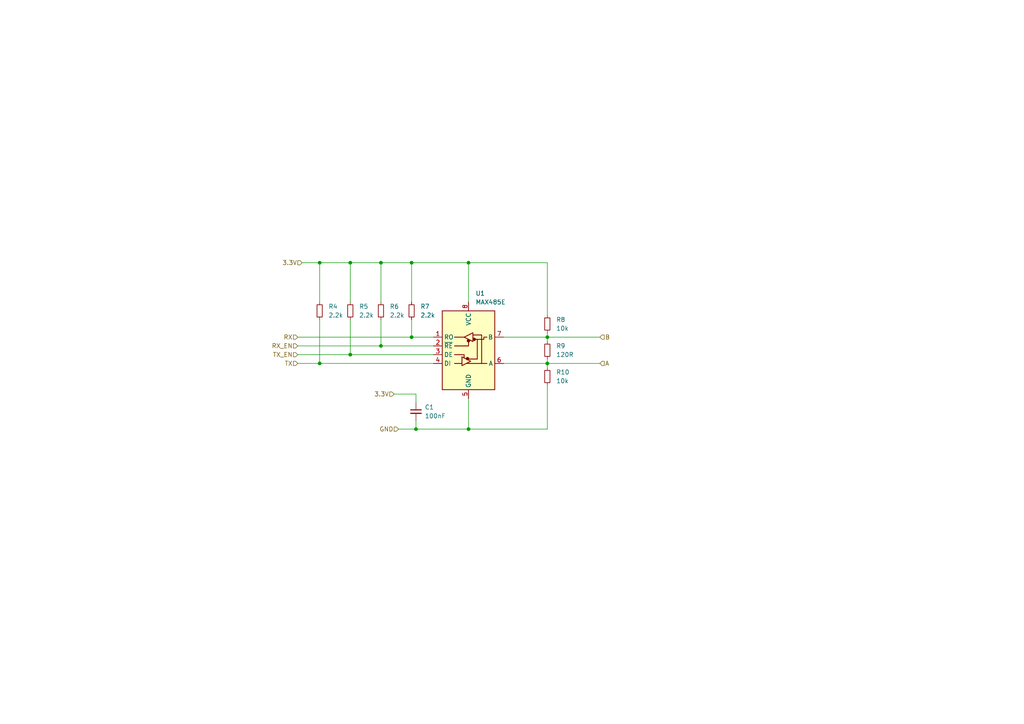
<source format=kicad_sch>
(kicad_sch (version 20211123) (generator eeschema)

  (uuid 1895faed-13c7-4877-930c-ef39a1d7419c)

  (paper "A4")

  (lib_symbols
    (symbol "Device:C_Small" (pin_numbers hide) (pin_names (offset 0.254) hide) (in_bom yes) (on_board yes)
      (property "Reference" "C" (id 0) (at 0.254 1.778 0)
        (effects (font (size 1.27 1.27)) (justify left))
      )
      (property "Value" "C_Small" (id 1) (at 0.254 -2.032 0)
        (effects (font (size 1.27 1.27)) (justify left))
      )
      (property "Footprint" "" (id 2) (at 0 0 0)
        (effects (font (size 1.27 1.27)) hide)
      )
      (property "Datasheet" "~" (id 3) (at 0 0 0)
        (effects (font (size 1.27 1.27)) hide)
      )
      (property "ki_keywords" "capacitor cap" (id 4) (at 0 0 0)
        (effects (font (size 1.27 1.27)) hide)
      )
      (property "ki_description" "Unpolarized capacitor, small symbol" (id 5) (at 0 0 0)
        (effects (font (size 1.27 1.27)) hide)
      )
      (property "ki_fp_filters" "C_*" (id 6) (at 0 0 0)
        (effects (font (size 1.27 1.27)) hide)
      )
      (symbol "C_Small_0_1"
        (polyline
          (pts
            (xy -1.524 -0.508)
            (xy 1.524 -0.508)
          )
          (stroke (width 0.3302) (type default) (color 0 0 0 0))
          (fill (type none))
        )
        (polyline
          (pts
            (xy -1.524 0.508)
            (xy 1.524 0.508)
          )
          (stroke (width 0.3048) (type default) (color 0 0 0 0))
          (fill (type none))
        )
      )
      (symbol "C_Small_1_1"
        (pin passive line (at 0 2.54 270) (length 2.032)
          (name "~" (effects (font (size 1.27 1.27))))
          (number "1" (effects (font (size 1.27 1.27))))
        )
        (pin passive line (at 0 -2.54 90) (length 2.032)
          (name "~" (effects (font (size 1.27 1.27))))
          (number "2" (effects (font (size 1.27 1.27))))
        )
      )
    )
    (symbol "Device:R_Small" (pin_numbers hide) (pin_names (offset 0.254) hide) (in_bom yes) (on_board yes)
      (property "Reference" "R" (id 0) (at 0.762 0.508 0)
        (effects (font (size 1.27 1.27)) (justify left))
      )
      (property "Value" "R_Small" (id 1) (at 0.762 -1.016 0)
        (effects (font (size 1.27 1.27)) (justify left))
      )
      (property "Footprint" "" (id 2) (at 0 0 0)
        (effects (font (size 1.27 1.27)) hide)
      )
      (property "Datasheet" "~" (id 3) (at 0 0 0)
        (effects (font (size 1.27 1.27)) hide)
      )
      (property "ki_keywords" "R resistor" (id 4) (at 0 0 0)
        (effects (font (size 1.27 1.27)) hide)
      )
      (property "ki_description" "Resistor, small symbol" (id 5) (at 0 0 0)
        (effects (font (size 1.27 1.27)) hide)
      )
      (property "ki_fp_filters" "R_*" (id 6) (at 0 0 0)
        (effects (font (size 1.27 1.27)) hide)
      )
      (symbol "R_Small_0_1"
        (rectangle (start -0.762 1.778) (end 0.762 -1.778)
          (stroke (width 0.2032) (type default) (color 0 0 0 0))
          (fill (type none))
        )
      )
      (symbol "R_Small_1_1"
        (pin passive line (at 0 2.54 270) (length 0.762)
          (name "~" (effects (font (size 1.27 1.27))))
          (number "1" (effects (font (size 1.27 1.27))))
        )
        (pin passive line (at 0 -2.54 90) (length 0.762)
          (name "~" (effects (font (size 1.27 1.27))))
          (number "2" (effects (font (size 1.27 1.27))))
        )
      )
    )
    (symbol "Interface_UART:MAX485E" (in_bom yes) (on_board yes)
      (property "Reference" "U" (id 0) (at -6.096 11.43 0)
        (effects (font (size 1.27 1.27)))
      )
      (property "Value" "MAX485E" (id 1) (at 0.762 11.43 0)
        (effects (font (size 1.27 1.27)) (justify left))
      )
      (property "Footprint" "" (id 2) (at 0 -17.78 0)
        (effects (font (size 1.27 1.27)) hide)
      )
      (property "Datasheet" "https://datasheets.maximintegrated.com/en/ds/MAX1487E-MAX491E.pdf" (id 3) (at 0 1.27 0)
        (effects (font (size 1.27 1.27)) hide)
      )
      (property "ki_keywords" "Half duplex RS-485/RS-422, 2.5 Mbps, ±15kV electro-static discharge (ESD) protection, no slew-rate, no low-power shutdown, with receiver/driver enable, 32 receiver drive kapacitity, DIP-8 and SOIC-8" (id 4) (at 0 0 0)
        (effects (font (size 1.27 1.27)) hide)
      )
      (property "ki_description" "Half duplex RS-485/RS-422, 2.5 Mbps, ±15kV electro-static discharge (ESD) protection, no slew-rate, no low-power shutdown, with receiver/driver enable, 32 receiver drive kapacitity, DIP-8 and SOIC-8" (id 5) (at 0 0 0)
        (effects (font (size 1.27 1.27)) hide)
      )
      (property "ki_fp_filters" "DIP*W7.62mm* SOIC*3.9x4.9mm*P1.27mm*" (id 6) (at 0 0 0)
        (effects (font (size 1.27 1.27)) hide)
      )
      (symbol "MAX485E_0_1"
        (rectangle (start -7.62 10.16) (end 7.62 -12.7)
          (stroke (width 0.254) (type default) (color 0 0 0 0))
          (fill (type background))
        )
        (circle (center -0.3048 -3.683) (radius 0.3556)
          (stroke (width 0.254) (type default) (color 0 0 0 0))
          (fill (type outline))
        )
        (circle (center -0.0254 1.4986) (radius 0.3556)
          (stroke (width 0.254) (type default) (color 0 0 0 0))
          (fill (type outline))
        )
        (polyline
          (pts
            (xy -4.064 -5.08)
            (xy -1.905 -5.08)
          )
          (stroke (width 0.254) (type default) (color 0 0 0 0))
          (fill (type none))
        )
        (polyline
          (pts
            (xy -4.064 2.54)
            (xy -1.27 2.54)
          )
          (stroke (width 0.254) (type default) (color 0 0 0 0))
          (fill (type none))
        )
        (polyline
          (pts
            (xy -1.27 -3.2004)
            (xy -1.27 -3.4544)
          )
          (stroke (width 0.254) (type default) (color 0 0 0 0))
          (fill (type none))
        )
        (polyline
          (pts
            (xy -0.635 -5.08)
            (xy 5.334 -5.08)
          )
          (stroke (width 0.254) (type default) (color 0 0 0 0))
          (fill (type none))
        )
        (polyline
          (pts
            (xy -4.064 -2.54)
            (xy -1.27 -2.54)
            (xy -1.27 -3.175)
          )
          (stroke (width 0.254) (type default) (color 0 0 0 0))
          (fill (type none))
        )
        (polyline
          (pts
            (xy 0 1.27)
            (xy 0 0)
            (xy -4.064 0)
          )
          (stroke (width 0.254) (type default) (color 0 0 0 0))
          (fill (type none))
        )
        (polyline
          (pts
            (xy 1.27 3.175)
            (xy 3.81 3.175)
            (xy 3.81 -5.08)
          )
          (stroke (width 0.254) (type default) (color 0 0 0 0))
          (fill (type none))
        )
        (polyline
          (pts
            (xy 2.54 1.905)
            (xy 2.54 -3.81)
            (xy 0 -3.81)
          )
          (stroke (width 0.254) (type default) (color 0 0 0 0))
          (fill (type none))
        )
        (polyline
          (pts
            (xy -1.905 -3.175)
            (xy -1.905 -5.715)
            (xy 0.635 -4.445)
            (xy -1.905 -3.175)
          )
          (stroke (width 0.254) (type default) (color 0 0 0 0))
          (fill (type none))
        )
        (polyline
          (pts
            (xy -1.27 2.54)
            (xy 1.27 3.81)
            (xy 1.27 1.27)
            (xy -1.27 2.54)
          )
          (stroke (width 0.254) (type default) (color 0 0 0 0))
          (fill (type none))
        )
        (polyline
          (pts
            (xy 1.905 1.905)
            (xy 4.445 1.905)
            (xy 4.445 2.54)
            (xy 5.334 2.54)
          )
          (stroke (width 0.254) (type default) (color 0 0 0 0))
          (fill (type none))
        )
        (rectangle (start 1.27 3.175) (end 1.27 3.175)
          (stroke (width 0) (type default) (color 0 0 0 0))
          (fill (type none))
        )
        (circle (center 1.651 1.905) (radius 0.3556)
          (stroke (width 0.254) (type default) (color 0 0 0 0))
          (fill (type outline))
        )
      )
      (symbol "MAX485E_1_1"
        (pin output line (at -10.16 2.54 0) (length 2.54)
          (name "RO" (effects (font (size 1.27 1.27))))
          (number "1" (effects (font (size 1.27 1.27))))
        )
        (pin input line (at -10.16 0 0) (length 2.54)
          (name "~{RE}" (effects (font (size 1.27 1.27))))
          (number "2" (effects (font (size 1.27 1.27))))
        )
        (pin input line (at -10.16 -2.54 0) (length 2.54)
          (name "DE" (effects (font (size 1.27 1.27))))
          (number "3" (effects (font (size 1.27 1.27))))
        )
        (pin input line (at -10.16 -5.08 0) (length 2.54)
          (name "DI" (effects (font (size 1.27 1.27))))
          (number "4" (effects (font (size 1.27 1.27))))
        )
        (pin power_in line (at 0 -15.24 90) (length 2.54)
          (name "GND" (effects (font (size 1.27 1.27))))
          (number "5" (effects (font (size 1.27 1.27))))
        )
        (pin bidirectional line (at 10.16 -5.08 180) (length 2.54)
          (name "A" (effects (font (size 1.27 1.27))))
          (number "6" (effects (font (size 1.27 1.27))))
        )
        (pin bidirectional line (at 10.16 2.54 180) (length 2.54)
          (name "B" (effects (font (size 1.27 1.27))))
          (number "7" (effects (font (size 1.27 1.27))))
        )
        (pin power_in line (at 0 12.7 270) (length 2.54)
          (name "VCC" (effects (font (size 1.27 1.27))))
          (number "8" (effects (font (size 1.27 1.27))))
        )
      )
    )
  )

  (junction (at 135.89 124.46) (diameter 0) (color 0 0 0 0)
    (uuid 08377341-a3f1-4876-b864-190214dac77b)
  )
  (junction (at 135.89 76.2) (diameter 0) (color 0 0 0 0)
    (uuid 112245f8-2054-4699-9135-ee58520b6498)
  )
  (junction (at 119.38 97.79) (diameter 0) (color 0 0 0 0)
    (uuid 154b6cd4-cdcd-4bed-9a5b-fadddb07a616)
  )
  (junction (at 92.71 105.41) (diameter 0) (color 0 0 0 0)
    (uuid 2c95f518-95d5-43a8-b709-469076d41396)
  )
  (junction (at 101.6 76.2) (diameter 0) (color 0 0 0 0)
    (uuid 5a655852-db1d-48ba-b716-d1974ac19be0)
  )
  (junction (at 158.75 97.79) (diameter 0) (color 0 0 0 0)
    (uuid 62bc2b77-2bcf-48fa-acf3-6749617f6d7e)
  )
  (junction (at 101.6 102.87) (diameter 0) (color 0 0 0 0)
    (uuid 73a2b16f-42e8-44bd-8423-736bac479b41)
  )
  (junction (at 92.71 76.2) (diameter 0) (color 0 0 0 0)
    (uuid 7ae9ba6f-8a00-4dce-a5c9-913c1859e251)
  )
  (junction (at 119.38 76.2) (diameter 0) (color 0 0 0 0)
    (uuid 91a13132-73ea-473d-89df-db40214c5088)
  )
  (junction (at 110.49 76.2) (diameter 0) (color 0 0 0 0)
    (uuid 9d298fde-c5f7-4c78-ab17-1dbd91e8d2d1)
  )
  (junction (at 110.49 100.33) (diameter 0) (color 0 0 0 0)
    (uuid ae36474f-ec30-4260-94bc-4e9032990331)
  )
  (junction (at 120.65 124.46) (diameter 0) (color 0 0 0 0)
    (uuid d4b816a2-5080-4eae-a27f-5b2cae570615)
  )
  (junction (at 158.75 105.41) (diameter 0) (color 0 0 0 0)
    (uuid f84872b3-5ac6-40c6-9af9-a0f3b0b941de)
  )

  (wire (pts (xy 115.57 124.46) (xy 120.65 124.46))
    (stroke (width 0) (type default) (color 0 0 0 0))
    (uuid 046c3305-1ce5-4374-bac1-98efdad6b897)
  )
  (wire (pts (xy 158.75 105.41) (xy 173.99 105.41))
    (stroke (width 0) (type default) (color 0 0 0 0))
    (uuid 07888973-d473-4fd2-8060-f0e10f9d7b45)
  )
  (wire (pts (xy 92.71 76.2) (xy 101.6 76.2))
    (stroke (width 0) (type default) (color 0 0 0 0))
    (uuid 0cba1e2d-17ee-4113-9411-fe07bd79d4d9)
  )
  (wire (pts (xy 158.75 104.14) (xy 158.75 105.41))
    (stroke (width 0) (type default) (color 0 0 0 0))
    (uuid 10c11f0c-f89e-4239-a768-fe4d122a0180)
  )
  (wire (pts (xy 110.49 76.2) (xy 110.49 87.63))
    (stroke (width 0) (type default) (color 0 0 0 0))
    (uuid 25803740-d2d8-4731-9945-8e431cd904f0)
  )
  (wire (pts (xy 86.36 105.41) (xy 92.71 105.41))
    (stroke (width 0) (type default) (color 0 0 0 0))
    (uuid 265d53e5-8945-48b3-9980-430242adeb21)
  )
  (wire (pts (xy 119.38 87.63) (xy 119.38 76.2))
    (stroke (width 0) (type default) (color 0 0 0 0))
    (uuid 38846d21-6175-4883-8bd8-9934f1e22dc2)
  )
  (wire (pts (xy 135.89 124.46) (xy 158.75 124.46))
    (stroke (width 0) (type default) (color 0 0 0 0))
    (uuid 3ae854e4-0564-4809-a6b2-ec1865be7c2e)
  )
  (wire (pts (xy 119.38 92.71) (xy 119.38 97.79))
    (stroke (width 0) (type default) (color 0 0 0 0))
    (uuid 47ec1970-7ee8-4813-836d-b9caae3ab472)
  )
  (wire (pts (xy 146.05 105.41) (xy 158.75 105.41))
    (stroke (width 0) (type default) (color 0 0 0 0))
    (uuid 4bbac006-c9be-4ec6-a3f1-1e95fa0e1f02)
  )
  (wire (pts (xy 101.6 76.2) (xy 110.49 76.2))
    (stroke (width 0) (type default) (color 0 0 0 0))
    (uuid 54abae09-5f00-4f24-a512-c56acf1e376d)
  )
  (wire (pts (xy 110.49 76.2) (xy 119.38 76.2))
    (stroke (width 0) (type default) (color 0 0 0 0))
    (uuid 61496633-39ca-408c-a704-ad1dcc15758c)
  )
  (wire (pts (xy 86.36 97.79) (xy 119.38 97.79))
    (stroke (width 0) (type default) (color 0 0 0 0))
    (uuid 646be8b2-06b4-4d66-be1a-5577cb554b5f)
  )
  (wire (pts (xy 120.65 114.3) (xy 120.65 116.84))
    (stroke (width 0) (type default) (color 0 0 0 0))
    (uuid 6df1ba22-c462-400a-9daa-47d5c93684eb)
  )
  (wire (pts (xy 92.71 105.41) (xy 125.73 105.41))
    (stroke (width 0) (type default) (color 0 0 0 0))
    (uuid 6e3fcf20-5ef2-47ae-a60d-65ead7540530)
  )
  (wire (pts (xy 158.75 124.46) (xy 158.75 111.76))
    (stroke (width 0) (type default) (color 0 0 0 0))
    (uuid 73cc9b8d-bc1a-4c8c-bcd5-e80512aeb7fe)
  )
  (wire (pts (xy 158.75 96.52) (xy 158.75 97.79))
    (stroke (width 0) (type default) (color 0 0 0 0))
    (uuid 7654fb0e-026a-4efb-9786-7776d7bbde30)
  )
  (wire (pts (xy 135.89 76.2) (xy 158.75 76.2))
    (stroke (width 0) (type default) (color 0 0 0 0))
    (uuid 768cef0a-8907-4aa5-a654-51eea39ee9d7)
  )
  (wire (pts (xy 120.65 124.46) (xy 135.89 124.46))
    (stroke (width 0) (type default) (color 0 0 0 0))
    (uuid 802c53b0-236f-4c69-889c-de443dfa1cf6)
  )
  (wire (pts (xy 114.3 114.3) (xy 120.65 114.3))
    (stroke (width 0) (type default) (color 0 0 0 0))
    (uuid 86193785-f8cb-4cd5-b7c9-281bf6e71e0c)
  )
  (wire (pts (xy 119.38 76.2) (xy 135.89 76.2))
    (stroke (width 0) (type default) (color 0 0 0 0))
    (uuid 8c686b85-fcdf-4c2e-a2c0-67011b5f2ff0)
  )
  (wire (pts (xy 158.75 97.79) (xy 158.75 99.06))
    (stroke (width 0) (type default) (color 0 0 0 0))
    (uuid 968bee4e-1b0e-4f5a-9ca6-e19193fc5c86)
  )
  (wire (pts (xy 86.36 100.33) (xy 110.49 100.33))
    (stroke (width 0) (type default) (color 0 0 0 0))
    (uuid a5771471-e627-47b6-9a95-ce8b9e8fc2a8)
  )
  (wire (pts (xy 101.6 92.71) (xy 101.6 102.87))
    (stroke (width 0) (type default) (color 0 0 0 0))
    (uuid b12dbcaa-2fbd-471d-a2f1-3eb01b49886a)
  )
  (wire (pts (xy 135.89 124.46) (xy 135.89 115.57))
    (stroke (width 0) (type default) (color 0 0 0 0))
    (uuid b151eb60-957f-487f-8278-1c5e1dd550c8)
  )
  (wire (pts (xy 86.36 102.87) (xy 101.6 102.87))
    (stroke (width 0) (type default) (color 0 0 0 0))
    (uuid b485cd13-5280-4fbf-9e60-25f4623f35ab)
  )
  (wire (pts (xy 158.75 97.79) (xy 173.99 97.79))
    (stroke (width 0) (type default) (color 0 0 0 0))
    (uuid b5039124-183c-4a43-abdd-2f62390a318d)
  )
  (wire (pts (xy 119.38 97.79) (xy 125.73 97.79))
    (stroke (width 0) (type default) (color 0 0 0 0))
    (uuid bf88c00c-f6b8-4d54-af07-c4070b1b29a5)
  )
  (wire (pts (xy 87.63 76.2) (xy 92.71 76.2))
    (stroke (width 0) (type default) (color 0 0 0 0))
    (uuid c2c820b2-052e-4a63-9597-f44154d02d10)
  )
  (wire (pts (xy 92.71 92.71) (xy 92.71 105.41))
    (stroke (width 0) (type default) (color 0 0 0 0))
    (uuid c923ba96-0fe1-497b-86c4-2313174f08cf)
  )
  (wire (pts (xy 110.49 92.71) (xy 110.49 100.33))
    (stroke (width 0) (type default) (color 0 0 0 0))
    (uuid ca95bcf6-bd41-47df-9398-e9d9600c6170)
  )
  (wire (pts (xy 120.65 121.92) (xy 120.65 124.46))
    (stroke (width 0) (type default) (color 0 0 0 0))
    (uuid ce08ee77-d939-4026-9aa2-1895f46128cf)
  )
  (wire (pts (xy 92.71 76.2) (xy 92.71 87.63))
    (stroke (width 0) (type default) (color 0 0 0 0))
    (uuid cf6f9b2e-4c4f-4a59-833a-0b7cb6e960aa)
  )
  (wire (pts (xy 110.49 100.33) (xy 125.73 100.33))
    (stroke (width 0) (type default) (color 0 0 0 0))
    (uuid d300479b-c277-495b-8a4c-9e39962dcd13)
  )
  (wire (pts (xy 158.75 105.41) (xy 158.75 106.68))
    (stroke (width 0) (type default) (color 0 0 0 0))
    (uuid d5e3891e-90a6-45a7-acca-eb2a8f18c013)
  )
  (wire (pts (xy 101.6 102.87) (xy 125.73 102.87))
    (stroke (width 0) (type default) (color 0 0 0 0))
    (uuid eb5b2b75-c835-40e4-b558-e369439583ce)
  )
  (wire (pts (xy 135.89 76.2) (xy 135.89 87.63))
    (stroke (width 0) (type default) (color 0 0 0 0))
    (uuid eb66325f-20b6-4ba7-be66-d1db79dd83f2)
  )
  (wire (pts (xy 101.6 76.2) (xy 101.6 87.63))
    (stroke (width 0) (type default) (color 0 0 0 0))
    (uuid eb7c7cd7-c3e8-4832-99e0-bd772fde7428)
  )
  (wire (pts (xy 158.75 76.2) (xy 158.75 91.44))
    (stroke (width 0) (type default) (color 0 0 0 0))
    (uuid ed724bec-9cc8-4808-88c6-287af5ab82d4)
  )
  (wire (pts (xy 146.05 97.79) (xy 158.75 97.79))
    (stroke (width 0) (type default) (color 0 0 0 0))
    (uuid f57b4227-cbdf-4bb8-a8e9-6ddf14ae43eb)
  )

  (hierarchical_label "3.3V" (shape input) (at 114.3 114.3 180)
    (effects (font (size 1.27 1.27)) (justify right))
    (uuid 06558dae-b2f7-4df1-8d71-b8daad0598fc)
  )
  (hierarchical_label "A" (shape input) (at 173.99 105.41 0)
    (effects (font (size 1.27 1.27)) (justify left))
    (uuid 259c9875-8f06-4e5c-9393-dba002c5b1e2)
  )
  (hierarchical_label "GND" (shape input) (at 115.57 124.46 180)
    (effects (font (size 1.27 1.27)) (justify right))
    (uuid 5e1b54bf-9b70-48fc-bdb6-bfe026e6a606)
  )
  (hierarchical_label "RX_EN" (shape input) (at 86.36 100.33 180)
    (effects (font (size 1.27 1.27)) (justify right))
    (uuid 7d35070e-344c-4cba-8407-5472c89c0fe3)
  )
  (hierarchical_label "RX" (shape input) (at 86.36 97.79 180)
    (effects (font (size 1.27 1.27)) (justify right))
    (uuid b54911bc-1b7e-453b-9de7-653743fbd8ce)
  )
  (hierarchical_label "B" (shape input) (at 173.99 97.79 0)
    (effects (font (size 1.27 1.27)) (justify left))
    (uuid d17b8d0d-a02b-4c24-a4d0-a7824d276be6)
  )
  (hierarchical_label "TX" (shape input) (at 86.36 105.41 180)
    (effects (font (size 1.27 1.27)) (justify right))
    (uuid d6dd4419-f291-47ed-a3eb-7787583fa59d)
  )
  (hierarchical_label "3.3V" (shape input) (at 87.63 76.2 180)
    (effects (font (size 1.27 1.27)) (justify right))
    (uuid e691d4ba-f1f2-4971-baac-f95568cd50af)
  )
  (hierarchical_label "TX_EN" (shape input) (at 86.36 102.87 180)
    (effects (font (size 1.27 1.27)) (justify right))
    (uuid ee79eb02-ef88-4ec8-8e34-708b7da951a6)
  )

  (symbol (lib_id "Device:R_Small") (at 110.49 90.17 0) (unit 1)
    (in_bom yes) (on_board yes) (fields_autoplaced)
    (uuid 07ac4532-afc3-4467-80c5-28d432b072a1)
    (property "Reference" "R6" (id 0) (at 113.03 88.8999 0)
      (effects (font (size 1.27 1.27)) (justify left))
    )
    (property "Value" "2.2k" (id 1) (at 113.03 91.4399 0)
      (effects (font (size 1.27 1.27)) (justify left))
    )
    (property "Footprint" "Resistor_SMD:R_0603_1608Metric" (id 2) (at 110.49 90.17 0)
      (effects (font (size 1.27 1.27)) hide)
    )
    (property "Datasheet" "~" (id 3) (at 110.49 90.17 0)
      (effects (font (size 1.27 1.27)) hide)
    )
    (pin "1" (uuid e86039c7-2fe6-4356-89fd-696552b515b4))
    (pin "2" (uuid 030192b4-ec8f-4e20-a106-662cc0af95cc))
  )

  (symbol (lib_id "Device:C_Small") (at 120.65 119.38 0) (unit 1)
    (in_bom yes) (on_board yes) (fields_autoplaced)
    (uuid 485a425d-9408-4dd6-9843-08652d513cbd)
    (property "Reference" "C1" (id 0) (at 123.19 118.1162 0)
      (effects (font (size 1.27 1.27)) (justify left))
    )
    (property "Value" "100nF" (id 1) (at 123.19 120.6562 0)
      (effects (font (size 1.27 1.27)) (justify left))
    )
    (property "Footprint" "Resistor_SMD:R_0603_1608Metric" (id 2) (at 120.65 119.38 0)
      (effects (font (size 1.27 1.27)) hide)
    )
    (property "Datasheet" "~" (id 3) (at 120.65 119.38 0)
      (effects (font (size 1.27 1.27)) hide)
    )
    (pin "1" (uuid 90c63ced-ff5e-4d71-9704-423bdb4ecd9f))
    (pin "2" (uuid 3198e588-4d57-49f9-a2ba-0c06f39726db))
  )

  (symbol (lib_id "Device:R_Small") (at 101.6 90.17 0) (unit 1)
    (in_bom yes) (on_board yes) (fields_autoplaced)
    (uuid 57e000ff-dc52-492e-b385-2f0169928744)
    (property "Reference" "R5" (id 0) (at 104.14 88.8999 0)
      (effects (font (size 1.27 1.27)) (justify left))
    )
    (property "Value" "2.2k" (id 1) (at 104.14 91.4399 0)
      (effects (font (size 1.27 1.27)) (justify left))
    )
    (property "Footprint" "Resistor_SMD:R_0603_1608Metric" (id 2) (at 101.6 90.17 0)
      (effects (font (size 1.27 1.27)) hide)
    )
    (property "Datasheet" "~" (id 3) (at 101.6 90.17 0)
      (effects (font (size 1.27 1.27)) hide)
    )
    (pin "1" (uuid e9caa96e-8ac9-4083-a8ec-3dae07584903))
    (pin "2" (uuid b82a93e7-bdbf-486d-884a-cc5267c7d009))
  )

  (symbol (lib_id "Device:R_Small") (at 158.75 101.6 0) (unit 1)
    (in_bom yes) (on_board yes) (fields_autoplaced)
    (uuid 6df24e57-dd92-48e0-ac09-45058e0cd091)
    (property "Reference" "R9" (id 0) (at 161.29 100.3299 0)
      (effects (font (size 1.27 1.27)) (justify left))
    )
    (property "Value" "120R" (id 1) (at 161.29 102.8699 0)
      (effects (font (size 1.27 1.27)) (justify left))
    )
    (property "Footprint" "Resistor_SMD:R_0603_1608Metric" (id 2) (at 158.75 101.6 0)
      (effects (font (size 1.27 1.27)) hide)
    )
    (property "Datasheet" "~" (id 3) (at 158.75 101.6 0)
      (effects (font (size 1.27 1.27)) hide)
    )
    (pin "1" (uuid 072e817b-fd5d-4649-aa84-e4d2f6d588ab))
    (pin "2" (uuid 0f9593cc-b310-4189-86d0-2b102a36e411))
  )

  (symbol (lib_id "Device:R_Small") (at 158.75 109.22 0) (unit 1)
    (in_bom yes) (on_board yes) (fields_autoplaced)
    (uuid 8200ef02-ecce-47f0-afa6-a529c13b657f)
    (property "Reference" "R10" (id 0) (at 161.29 107.9499 0)
      (effects (font (size 1.27 1.27)) (justify left))
    )
    (property "Value" "10k" (id 1) (at 161.29 110.4899 0)
      (effects (font (size 1.27 1.27)) (justify left))
    )
    (property "Footprint" "Resistor_SMD:R_0603_1608Metric" (id 2) (at 158.75 109.22 0)
      (effects (font (size 1.27 1.27)) hide)
    )
    (property "Datasheet" "~" (id 3) (at 158.75 109.22 0)
      (effects (font (size 1.27 1.27)) hide)
    )
    (pin "1" (uuid 1a5232f6-7a73-43a0-aaba-1b4ccc6bd767))
    (pin "2" (uuid 4ed5543b-061e-4c36-94d9-2c2642bd745b))
  )

  (symbol (lib_id "Device:R_Small") (at 119.38 90.17 0) (unit 1)
    (in_bom yes) (on_board yes) (fields_autoplaced)
    (uuid 867a1805-7efb-45a0-89f8-5acc01e827ab)
    (property "Reference" "R7" (id 0) (at 121.92 88.8999 0)
      (effects (font (size 1.27 1.27)) (justify left))
    )
    (property "Value" "2.2k" (id 1) (at 121.92 91.4399 0)
      (effects (font (size 1.27 1.27)) (justify left))
    )
    (property "Footprint" "Resistor_SMD:R_0603_1608Metric" (id 2) (at 119.38 90.17 0)
      (effects (font (size 1.27 1.27)) hide)
    )
    (property "Datasheet" "~" (id 3) (at 119.38 90.17 0)
      (effects (font (size 1.27 1.27)) hide)
    )
    (pin "1" (uuid f0dd1721-1483-4969-8206-b6ce448ab379))
    (pin "2" (uuid 5adf05d9-c051-4f9d-8568-6c62aa5ceb3a))
  )

  (symbol (lib_id "Device:R_Small") (at 158.75 93.98 0) (unit 1)
    (in_bom yes) (on_board yes) (fields_autoplaced)
    (uuid a2179620-5451-4071-811a-8b33617808e0)
    (property "Reference" "R8" (id 0) (at 161.29 92.7099 0)
      (effects (font (size 1.27 1.27)) (justify left))
    )
    (property "Value" "10k" (id 1) (at 161.29 95.2499 0)
      (effects (font (size 1.27 1.27)) (justify left))
    )
    (property "Footprint" "Resistor_SMD:R_0603_1608Metric" (id 2) (at 158.75 93.98 0)
      (effects (font (size 1.27 1.27)) hide)
    )
    (property "Datasheet" "~" (id 3) (at 158.75 93.98 0)
      (effects (font (size 1.27 1.27)) hide)
    )
    (pin "1" (uuid 586c2221-a16a-41a0-acc0-1131edd3c850))
    (pin "2" (uuid f4352741-5518-4470-925c-e1e5b17e265f))
  )

  (symbol (lib_id "Device:R_Small") (at 92.71 90.17 0) (unit 1)
    (in_bom yes) (on_board yes) (fields_autoplaced)
    (uuid c5bbe007-a77a-4fbb-8e7c-5da6197fb0fb)
    (property "Reference" "R4" (id 0) (at 95.25 88.8999 0)
      (effects (font (size 1.27 1.27)) (justify left))
    )
    (property "Value" "2.2k" (id 1) (at 95.25 91.4399 0)
      (effects (font (size 1.27 1.27)) (justify left))
    )
    (property "Footprint" "Resistor_SMD:R_0603_1608Metric" (id 2) (at 92.71 90.17 0)
      (effects (font (size 1.27 1.27)) hide)
    )
    (property "Datasheet" "~" (id 3) (at 92.71 90.17 0)
      (effects (font (size 1.27 1.27)) hide)
    )
    (pin "1" (uuid 298fd010-e604-41a9-bfe2-ef60996925e7))
    (pin "2" (uuid 86607015-493b-4b0b-977b-1e156ba37b52))
  )

  (symbol (lib_id "Interface_UART:MAX485E") (at 135.89 100.33 0) (unit 1)
    (in_bom yes) (on_board yes) (fields_autoplaced)
    (uuid c6fd9fab-909e-4ff9-bcec-df5274e51546)
    (property "Reference" "U1" (id 0) (at 137.9094 85.09 0)
      (effects (font (size 1.27 1.27)) (justify left))
    )
    (property "Value" "MAX485E" (id 1) (at 137.9094 87.63 0)
      (effects (font (size 1.27 1.27)) (justify left))
    )
    (property "Footprint" "Package_SO:SO-8_3.9x4.9mm_P1.27mm" (id 2) (at 135.89 118.11 0)
      (effects (font (size 1.27 1.27)) hide)
    )
    (property "Datasheet" "https://datasheets.maximintegrated.com/en/ds/MAX1487E-MAX491E.pdf" (id 3) (at 135.89 99.06 0)
      (effects (font (size 1.27 1.27)) hide)
    )
    (pin "1" (uuid e6226612-2467-442b-8307-510548c4e59e))
    (pin "2" (uuid 46a05cc3-fb8a-4bfd-acbb-830c7844e933))
    (pin "3" (uuid 6143c994-1e8f-4e7e-9914-2b1dbf9ac9d2))
    (pin "4" (uuid d37d37b6-4368-4f77-ab68-18cd7d0167ed))
    (pin "5" (uuid 1db891e4-23bc-4009-8464-e9abd20694d6))
    (pin "6" (uuid a842e0d0-4615-4fd3-aa2e-a3a964dcb347))
    (pin "7" (uuid a3ca2b48-4fa7-4c3f-8228-868648e04be7))
    (pin "8" (uuid 6003c093-67b2-4ce8-855f-b951552804ce))
  )
)

</source>
